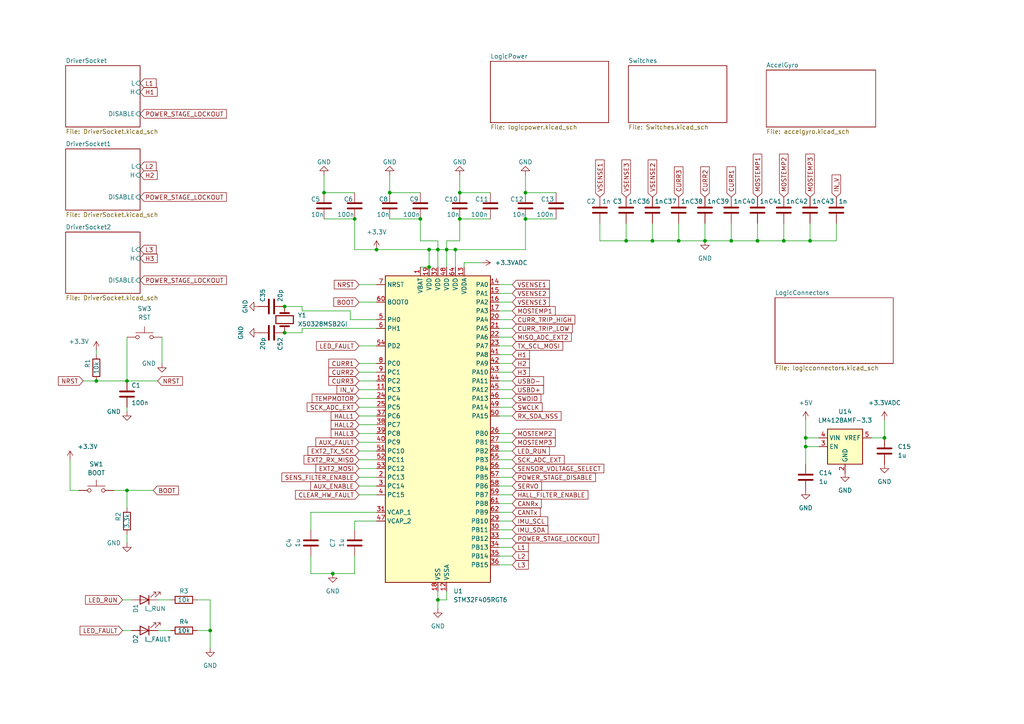
<source format=kicad_sch>
(kicad_sch (version 20230121) (generator eeschema)
  (paper "A4")
  (lib_symbols
    (symbol "Device:C" (pin_numbers hide) (pin_names (offset 0.254))
      (property "Reference" "C" (at 0.635 2.54 0))
      (property "Value" "C" (at 0.635 -2.54 0))
      (symbol "C_0_1"
        (polyline (pts (xy -2.032 -0.762) (xy 2.032 -0.762)) (stroke (width 0.508)))
        (polyline (pts (xy -2.032 0.762) (xy 2.032 0.762)) (stroke (width 0.508)))
      )
      (symbol "C_1_1"
        (pin passive line (at 0 3.81 270) (length 2.794) (name "~") (number "1"))
        (pin passive line (at 0 -3.81 90) (length 2.794) (name "~") (number "2"))
      )
    )
    (symbol "Device:Crystal" (pin_numbers hide) (pin_names (offset 1.016) hide)
      (property "Reference" "Y" (at 0 3.81 0))
      (property "Value" "Crystal" (at 0 -3.81 0))
      (symbol "Crystal_0_1"
        (rectangle (start -1.143 2.54) (end 1.143 -2.54) (stroke (width 0.3048)))
        (polyline (pts (xy -2.54 0) (xy -1.905 0)))
        (polyline (pts (xy -1.905 -1.27) (xy -1.905 1.27)) (stroke (width 0.508)))
        (polyline (pts (xy 1.905 -1.27) (xy 1.905 1.27)) (stroke (width 0.508)))
        (polyline (pts (xy 2.54 0) (xy 1.905 0)))
      )
      (symbol "Crystal_1_1"
        (pin passive line (at -3.81 0 0) (length 1.27) (name "1") (number "1"))
        (pin passive line (at 3.81 0 180) (length 1.27) (name "2") (number "2"))
      )
    )
    (symbol "Device:LED" (pin_numbers hide) (pin_names (offset 1.016) hide)
      (property "Reference" "D" (at 0 2.54 0))
      (property "Value" "LED" (at 0 -2.54 0))
      (symbol "LED_0_1"
        (polyline (pts (xy -1.27 -1.27) (xy -1.27 1.27)) (stroke (width 0.254)))
        (polyline (pts (xy -1.27 0) (xy 1.27 0)))
        (polyline (pts (xy 1.27 -1.27) (xy 1.27 1.27) (xy -1.27 0) (xy 1.27 -1.27)) (stroke (width 0.254)))
        (polyline (pts (xy -3.048 -0.762) (xy -4.572 -2.286) (xy -3.81 -2.286) (xy -4.572 -2.286) (xy -4.572 -1.524)))
        (polyline (pts (xy -1.778 -0.762) (xy -3.302 -2.286) (xy -2.54 -2.286) (xy -3.302 -2.286) (xy -3.302 -1.524)))
      )
      (symbol "LED_1_1"
        (pin passive line (at -3.81 0 0) (length 2.54) (name "K") (number "1"))
        (pin passive line (at 3.81 0 180) (length 2.54) (name "A") (number "2"))
      )
    )
    (symbol "Device:R" (pin_numbers hide) (pin_names (offset 0))
      (property "Reference" "R" (at 2.032 0 90))
      (property "Value" "R" (at 0 0 90))
      (symbol "R_0_1"
        (rectangle (start -1.016 -2.54) (end 1.016 2.54) (stroke (width 0.254)))
      )
      (symbol "R_1_1"
        (pin passive line (at 0 3.81 270) (length 1.27) (name "~") (number "1"))
        (pin passive line (at 0 -3.81 90) (length 1.27) (name "~") (number "2"))
      )
    )
    (symbol "MCU_ST_STM32F4:STM32F405RGTx"
      (property "Reference" "U" (at -15.24 46.99 0))
      (property "Value" "STM32F405RGTx" (at 10.16 46.99 0))
      (symbol "STM32F405RGTx_0_1"
        (rectangle (start -15.24 -43.18) (end 15.24 45.72) (stroke (width 0.254)) (fill (type background)))
      )
      (symbol "STM32F405RGTx_1_1"
        (pin power_in line (at -5.08 48.26 270) (length 2.54) (name "VBAT") (number "1"))
        (pin bidirectional line (at -17.78 15.24 0) (length 2.54) (name "PC2") (number "10"))
        (pin bidirectional line (at -17.78 12.7 0) (length 2.54) (name "PC3") (number "11"))
        (pin power_in line (at 2.54 -45.72 90) (length 2.54) (name "VSSA") (number "12"))
        (pin power_in line (at 7.62 48.26 270) (length 2.54) (name "VDDA") (number "13"))
        (pin bidirectional line (at 17.78 43.18 180) (length 2.54) (name "PA0") (number "14"))
        (pin bidirectional line (at 17.78 40.64 180) (length 2.54) (name "PA1") (number "15"))
        (pin bidirectional line (at 17.78 38.1 180) (length 2.54) (name "PA2") (number "16"))
        (pin bidirectional line (at 17.78 35.56 180) (length 2.54) (name "PA3") (number "17"))
        (pin power_in line (at 0 -45.72 90) (length 2.54) (name "VSS") (number "18"))
        (pin power_in line (at -2.54 48.26 270) (length 2.54) (name "VDD") (number "19"))
        (pin bidirectional line (at -17.78 -12.7 0) (length 2.54) (name "PC13") (number "2"))
        (pin bidirectional line (at 17.78 33.02 180) (length 2.54) (name "PA4") (number "20"))
        (pin bidirectional line (at 17.78 30.48 180) (length 2.54) (name "PA5") (number "21"))
        (pin bidirectional line (at 17.78 27.94 180) (length 2.54) (name "PA6") (number "22"))
        (pin bidirectional line (at 17.78 25.4 180) (length 2.54) (name "PA7") (number "23"))
        (pin bidirectional line (at -17.78 10.16 0) (length 2.54) (name "PC4") (number "24"))
        (pin bidirectional line (at -17.78 7.62 0) (length 2.54) (name "PC5") (number "25"))
        (pin bidirectional line (at 17.78 0 180) (length 2.54) (name "PB0") (number "26"))
        (pin bidirectional line (at 17.78 -2.54 180) (length 2.54) (name "PB1") (number "27"))
        (pin bidirectional line (at 17.78 -5.08 180) (length 2.54) (name "PB2") (number "28"))
        (pin bidirectional line (at 17.78 -25.4 180) (length 2.54) (name "PB10") (number "29"))
        (pin bidirectional line (at -17.78 -15.24 0) (length 2.54) (name "PC14") (number "3"))
        (pin bidirectional line (at 17.78 -27.94 180) (length 2.54) (name "PB11") (number "30"))
        (pin power_out line (at -17.78 -22.86 0) (length 2.54) (name "VCAP_1") (number "31"))
        (pin power_in line (at 0 48.26 270) (length 2.54) (name "VDD") (number "32"))
        (pin bidirectional line (at 17.78 -30.48 180) (length 2.54) (name "PB12") (number "33"))
        (pin bidirectional line (at 17.78 -33.02 180) (length 2.54) (name "PB13") (number "34"))
        (pin bidirectional line (at 17.78 -35.56 180) (length 2.54) (name "PB14") (number "35"))
        (pin bidirectional line (at 17.78 -38.1 180) (length 2.54) (name "PB15") (number "36"))
        (pin bidirectional line (at -17.78 5.08 0) (length 2.54) (name "PC6") (number "37"))
        (pin bidirectional line (at -17.78 2.54 0) (length 2.54) (name "PC7") (number "38"))
        (pin bidirectional line (at -17.78 0 0) (length 2.54) (name "PC8") (number "39"))
        (pin bidirectional line (at -17.78 -17.78 0) (length 2.54) (name "PC15") (number "4"))
        (pin bidirectional line (at -17.78 -2.54 0) (length 2.54) (name "PC9") (number "40"))
        (pin bidirectional line (at 17.78 22.86 180) (length 2.54) (name "PA8") (number "41"))
        (pin bidirectional line (at 17.78 20.32 180) (length 2.54) (name "PA9") (number "42"))
        (pin bidirectional line (at 17.78 17.78 180) (length 2.54) (name "PA10") (number "43"))
        (pin bidirectional line (at 17.78 15.24 180) (length 2.54) (name "PA11") (number "44"))
        (pin bidirectional line (at 17.78 12.7 180) (length 2.54) (name "PA12") (number "45"))
        (pin bidirectional line (at 17.78 10.16 180) (length 2.54) (name "PA13") (number "46"))
        (pin power_out line (at -17.78 -25.4 0) (length 2.54) (name "VCAP_2") (number "47"))
        (pin power_in line (at 2.54 48.26 270) (length 2.54) (name "VDD") (number "48"))
        (pin bidirectional line (at 17.78 7.62 180) (length 2.54) (name "PA14") (number "49"))
        (pin bidirectional line (at -17.78 33.02 0) (length 2.54) (name "PH0") (number "5"))
        (pin bidirectional line (at 17.78 5.08 180) (length 2.54) (name "PA15") (number "50"))
        (pin bidirectional line (at -17.78 -5.08 0) (length 2.54) (name "PC10") (number "51"))
        (pin bidirectional line (at -17.78 -7.62 0) (length 2.54) (name "PC11") (number "52"))
        (pin bidirectional line (at -17.78 -10.16 0) (length 2.54) (name "PC12") (number "53"))
        (pin bidirectional line (at -17.78 25.4 0) (length 2.54) (name "PD2") (number "54"))
        (pin bidirectional line (at 17.78 -7.62 180) (length 2.54) (name "PB3") (number "55"))
        (pin bidirectional line (at 17.78 -10.16 180) (length 2.54) (name "PB4") (number "56"))
        (pin bidirectional line (at 17.78 -12.7 180) (length 2.54) (name "PB5") (number "57"))
        (pin bidirectional line (at 17.78 -15.24 180) (length 2.54) (name "PB6") (number "58"))
        (pin bidirectional line (at 17.78 -17.78 180) (length 2.54) (name "PB7") (number "59"))
        (pin bidirectional line (at -17.78 30.48 0) (length 2.54) (name "PH1") (number "6"))
        (pin input line (at -17.78 38.1 0) (length 2.54) (name "BOOT0") (number "60"))
        (pin bidirectional line (at 17.78 -20.32 180) (length 2.54) (name "PB8") (number "61"))
        (pin bidirectional line (at 17.78 -22.86 180) (length 2.54) (name "PB9") (number "62"))
        (pin passive line (at 0 -45.72 90) (length 2.54) hide (name "VSS") (number "63"))
        (pin power_in line (at 5.08 48.26 270) (length 2.54) (name "VDD") (number "64"))
        (pin input line (at -17.78 43.18 0) (length 2.54) (name "NRST") (number "7"))
        (pin bidirectional line (at -17.78 20.32 0) (length 2.54) (name "PC0") (number "8"))
        (pin bidirectional line (at -17.78 17.78 0) (length 2.54) (name "PC1") (number "9"))
      )
    )
    (symbol "Reference_Voltage:LM4128"
      (property "Reference" "U" (at -5.08 6.35 0))
      (property "Value" "LM4128" (at 0 6.35 0))
      (symbol "LM4128_0_1"
        (rectangle (start -5.08 5.08) (end 5.08 -5.08) (stroke (width 0.254)) (fill (type background)))
      )
      (symbol "LM4128_1_1"
        (pin no_connect line (at 5.08 0 180) (length 2.54) hide (name "NC") (number "1"))
        (pin power_in line (at 0 -7.62 90) (length 2.54) (name "GND") (number "2"))
        (pin input line (at -7.62 0 0) (length 2.54) (name "EN") (number "3"))
        (pin power_in line (at -7.62 2.54 0) (length 2.54) (name "VIN") (number "4"))
        (pin power_out line (at 7.62 2.54 180) (length 2.54) (name "VREF") (number "5"))
      )
    )
    (symbol "Switch:SW_Push" (pin_numbers hide) (pin_names (offset 1.016) hide)
      (property "Reference" "SW" (at 1.27 2.54 0))
      (property "Value" "SW_Push" (at 0 -1.524 0))
      (symbol "SW_Push_0_1"
        (circle (center -2.032 0) (radius 0.508))
        (polyline (pts (xy 0 1.27) (xy 0 3.048)))
        (polyline (pts (xy 2.54 1.27) (xy -2.54 1.27)))
        (circle (center 2.032 0) (radius 0.508))
        (pin passive line (at -5.08 0 0) (length 2.54) (name "1") (number "1"))
        (pin passive line (at 5.08 0 180) (length 2.54) (name "2") (number "2"))
      )
    )
    (symbol "power:+3.3V" (power) (pin_names (offset 0))
      (property "Value" "+3.3V" (at 0 3.556 0))
      (symbol "+3.3V_0_1"
        (polyline (pts (xy -0.762 1.27) (xy 0 2.54)))
        (polyline (pts (xy 0 0) (xy 0 2.54)))
        (polyline (pts (xy 0 2.54) (xy 0.762 1.27)))
      )
      (symbol "+3.3V_1_1"
        (pin power_in line (at 0 0 90) (length 0) hide (name "+3.3V") (number "1"))
      )
    )
    (symbol "power:+3.3VADC" (power) (pin_names (offset 0))
      (property "Value" "+3.3VADC" (at 0 2.54 0))
      (symbol "+3.3VADC_0_0"
        (pin power_in line (at 0 0 90) (length 0) hide (name "+3.3VADC") (number "1"))
      )
      (symbol "+3.3VADC_0_1"
        (polyline (pts (xy -0.762 1.27) (xy 0 2.54)))
        (polyline (pts (xy 0 0) (xy 0 2.54)))
        (polyline (pts (xy 0 2.54) (xy 0.762 1.27)))
      )
    )
    (symbol "power:+5V" (power) (pin_names (offset 0))
      (property "Value" "+5V" (at 0 3.556 0))
      (symbol "+5V_0_1"
        (polyline (pts (xy -0.762 1.27) (xy 0 2.54)))
        (polyline (pts (xy 0 0) (xy 0 2.54)))
        (polyline (pts (xy 0 2.54) (xy 0.762 1.27)))
      )
      (symbol "+5V_1_1"
        (pin power_in line (at 0 0 90) (length 0) hide (name "+5V") (number "1"))
      )
    )
    (symbol "power:GND" (power) (pin_names (offset 0))
      (property "Value" "GND" (at 0 -3.81 0))
      (symbol "GND_0_1"
        (polyline (pts (xy 0 0) (xy 0 -1.27) (xy 1.27 -1.27) (xy 0 -2.54) (xy -1.27 -1.27) (xy 0 -1.27)))
      )
      (symbol "GND_1_1"
        (pin power_in line (at 0 0 270) (length 0) hide (name "GND") (number "1"))
      )
    )
  )
  (junction (at 82.55 88.9))
  (junction (at 204.47 69.85))
  (junction (at 133.35 55.88))
  (junction (at 36.83 110.49))
  (junction (at 60.96 182.88))
  (junction (at 82.55 96.52))
  (junction (at 102.87 63.5))
  (junction (at 189.23 69.85))
  (junction (at 127 72.39))
  (junction (at 36.83 142.24))
  (junction (at 132.08 72.39))
  (junction (at 234.95 69.85))
  (junction (at 212.09 69.85))
  (junction (at 93.98 55.88))
  (junction (at 96.52 166.37))
  (junction (at 227.33 69.85))
  (junction (at 133.35 63.5))
  (junction (at 219.71 69.85))
  (junction (at 152.4 55.88))
  (junction (at 196.85 69.85))
  (junction (at 124.46 77.47))
  (junction (at 233.68 127))
  (junction (at 152.4 63.5))
  (junction (at 27.94 110.49))
  (junction (at 121.92 63.5))
  (junction (at 233.68 129.54))
  (junction (at 127 173.99))
  (junction (at 109.22 72.39))
  (junction (at 124.46 72.39))
  (junction (at 113.03 55.88))
  (junction (at 181.61 69.85))
  (junction (at 256.54 127))
  (junction (at 129.54 72.39))
  (wire (pts (xy 104.14 113.03) (xy 109.22 113.03)))
  (wire (pts (xy 152.4 55.88) (xy 161.29 55.88)))
  (wire (pts (xy 33.02 142.24) (xy 36.83 142.24)))
  (wire (pts (xy 152.4 63.5) (xy 161.29 63.5)))
  (wire (pts (xy 57.15 182.88) (xy 60.96 182.88)))
  (wire (pts (xy 129.54 72.39) (xy 132.08 72.39)))
  (wire (pts (xy 113.03 50.8) (xy 113.03 55.88)))
  (wire (pts (xy 109.22 92.71) (xy 101.6 92.71)))
  (wire (pts (xy 144.78 87.63) (xy 148.59 87.63)))
  (wire (pts (xy 90.17 161.29) (xy 90.17 166.37)))
  (wire (pts (xy 104.14 138.43) (xy 109.22 138.43)))
  (wire (pts (xy 189.23 69.85) (xy 196.85 69.85)))
  (wire (pts (xy 144.78 105.41) (xy 148.59 105.41)))
  (wire (pts (xy 144.78 85.09) (xy 148.59 85.09)))
  (wire (pts (xy 22.86 142.24) (xy 20.32 142.24)))
  (wire (pts (xy 233.68 121.92) (xy 233.68 127)))
  (wire (pts (xy 144.78 97.79) (xy 148.59 97.79)))
  (wire (pts (xy 124.46 72.39) (xy 109.22 72.39)))
  (wire (pts (xy 104.14 105.41) (xy 109.22 105.41)))
  (wire (pts (xy 144.78 118.11) (xy 148.59 118.11)))
  (wire (pts (xy 36.83 154.94) (xy 36.83 157.48)))
  (wire (pts (xy 36.83 110.49) (xy 45.72 110.49)))
  (wire (pts (xy 102.87 151.13) (xy 109.22 151.13)))
  (wire (pts (xy 144.78 128.27) (xy 148.59 128.27)))
  (wire (pts (xy 129.54 69.85) (xy 133.35 69.85)))
  (wire (pts (xy 144.78 148.59) (xy 148.59 148.59)))
  (wire (pts (xy 144.78 156.21) (xy 148.59 156.21)))
  (wire (pts (xy 144.78 125.73) (xy 148.59 125.73)))
  (wire (pts (xy 36.83 118.11) (xy 36.83 119.38)))
  (wire (pts (xy 104.14 140.97) (xy 109.22 140.97)))
  (wire (pts (xy 36.83 142.24) (xy 36.83 147.32)))
  (wire (pts (xy 113.03 63.5) (xy 121.92 63.5)))
  (wire (pts (xy 104.14 107.95) (xy 109.22 107.95)))
  (wire (pts (xy 134.62 76.2) (xy 139.7 76.2)))
  (wire (pts (xy 144.78 143.51) (xy 148.59 143.51)))
  (wire (pts (xy 109.22 95.25) (xy 87.63 95.25)))
  (wire (pts (xy 144.78 95.25) (xy 148.59 95.25)))
  (wire (pts (xy 233.68 129.54) (xy 237.49 129.54)))
  (wire (pts (xy 227.33 64.77) (xy 227.33 69.85)))
  (wire (pts (xy 242.57 64.77) (xy 242.57 69.85)))
  (wire (pts (xy 45.72 182.88) (xy 49.53 182.88)))
  (wire (pts (xy 132.08 72.39) (xy 152.4 72.39)))
  (wire (pts (xy 144.78 113.03) (xy 148.59 113.03)))
  (wire (pts (xy 144.78 115.57) (xy 148.59 115.57)))
  (wire (pts (xy 113.03 55.88) (xy 121.92 55.88)))
  (wire (pts (xy 127 69.85) (xy 121.92 69.85)))
  (wire (pts (xy 87.63 90.17) (xy 101.6 90.17)))
  (wire (pts (xy 212.09 69.85) (xy 219.71 69.85)))
  (wire (pts (xy 129.54 77.47) (xy 129.54 72.39)))
  (wire (pts (xy 133.35 63.5) (xy 142.24 63.5)))
  (wire (pts (xy 104.14 118.11) (xy 109.22 118.11)))
  (wire (pts (xy 104.14 125.73) (xy 109.22 125.73)))
  (wire (pts (xy 102.87 72.39) (xy 102.87 63.5)))
  (wire (pts (xy 60.96 182.88) (xy 60.96 187.96)))
  (wire (pts (xy 234.95 64.77) (xy 234.95 69.85)))
  (wire (pts (xy 144.78 135.89) (xy 148.59 135.89)))
  (wire (pts (xy 127 173.99) (xy 127 176.53)))
  (wire (pts (xy 219.71 64.77) (xy 219.71 69.85)))
  (wire (pts (xy 127 72.39) (xy 129.54 72.39)))
  (wire (pts (xy 219.71 69.85) (xy 227.33 69.85)))
  (wire (pts (xy 204.47 69.85) (xy 212.09 69.85)))
  (wire (pts (xy 87.63 90.17) (xy 87.63 88.9)))
  (wire (pts (xy 204.47 64.77) (xy 204.47 69.85)))
  (wire (pts (xy 127 72.39) (xy 127 69.85)))
  (wire (pts (xy 104.14 143.51) (xy 109.22 143.51)))
  (wire (pts (xy 132.08 77.47) (xy 132.08 72.39)))
  (wire (pts (xy 152.4 72.39) (xy 152.4 63.5)))
  (wire (pts (xy 104.14 130.81) (xy 109.22 130.81)))
  (wire (pts (xy 121.92 77.47) (xy 124.46 77.47)))
  (wire (pts (xy 144.78 151.13) (xy 148.59 151.13)))
  (wire (pts (xy 144.78 161.29) (xy 148.59 161.29)))
  (wire (pts (xy 181.61 69.85) (xy 189.23 69.85)))
  (wire (pts (xy 102.87 161.29) (xy 102.87 166.37)))
  (wire (pts (xy 93.98 50.8) (xy 93.98 55.88)))
  (wire (pts (xy 233.68 129.54) (xy 233.68 134.62)))
  (wire (pts (xy 102.87 166.37) (xy 96.52 166.37)))
  (wire (pts (xy 109.22 72.39) (xy 102.87 72.39)))
  (wire (pts (xy 133.35 55.88) (xy 142.24 55.88)))
  (wire (pts (xy 189.23 64.77) (xy 189.23 69.85)))
  (wire (pts (xy 227.33 69.85) (xy 234.95 69.85)))
  (wire (pts (xy 87.63 96.52) (xy 82.55 96.52)))
  (wire (pts (xy 104.14 115.57) (xy 109.22 115.57)))
  (wire (pts (xy 124.46 72.39) (xy 127 72.39)))
  (wire (pts (xy 90.17 153.67) (xy 90.17 148.59)))
  (wire (pts (xy 144.78 163.83) (xy 148.59 163.83)))
  (wire (pts (xy 36.83 97.79) (xy 36.83 110.49)))
  (wire (pts (xy 27.94 110.49) (xy 36.83 110.49)))
  (wire (pts (xy 212.09 64.77) (xy 212.09 69.85)))
  (wire (pts (xy 45.72 173.99) (xy 49.53 173.99)))
  (wire (pts (xy 87.63 95.25) (xy 87.63 96.52)))
  (wire (pts (xy 104.14 82.55) (xy 109.22 82.55)))
  (wire (pts (xy 144.78 120.65) (xy 148.59 120.65)))
  (wire (pts (xy 144.78 110.49) (xy 148.59 110.49)))
  (wire (pts (xy 144.78 138.43) (xy 148.59 138.43)))
  (wire (pts (xy 196.85 69.85) (xy 204.47 69.85)))
  (wire (pts (xy 173.99 64.77) (xy 173.99 69.85)))
  (wire (pts (xy 144.78 100.33) (xy 148.59 100.33)))
  (wire (pts (xy 152.4 50.8) (xy 152.4 55.88)))
  (wire (pts (xy 104.14 135.89) (xy 109.22 135.89)))
  (wire (pts (xy 144.78 130.81) (xy 148.59 130.81)))
  (wire (pts (xy 144.78 92.71) (xy 148.59 92.71)))
  (wire (pts (xy 38.1 182.88) (xy 35.56 182.88)))
  (wire (pts (xy 20.32 133.35) (xy 20.32 142.24)))
  (wire (pts (xy 104.14 87.63) (xy 109.22 87.63)))
  (wire (pts (xy 90.17 148.59) (xy 109.22 148.59)))
  (wire (pts (xy 57.15 173.99) (xy 60.96 173.99)))
  (wire (pts (xy 104.14 133.35) (xy 109.22 133.35)))
  (wire (pts (xy 124.46 77.47) (xy 124.46 72.39)))
  (wire (pts (xy 181.61 64.77) (xy 181.61 69.85)))
  (wire (pts (xy 127 72.39) (xy 127 77.47)))
  (wire (pts (xy 144.78 153.67) (xy 148.59 153.67)))
  (wire (pts (xy 104.14 120.65) (xy 109.22 120.65)))
  (wire (pts (xy 129.54 171.45) (xy 129.54 173.99)))
  (wire (pts (xy 256.54 121.92) (xy 256.54 127)))
  (wire (pts (xy 35.56 173.99) (xy 38.1 173.99)))
  (wire (pts (xy 101.6 92.71) (xy 101.6 90.17)))
  (wire (pts (xy 173.99 69.85) (xy 181.61 69.85)))
  (wire (pts (xy 102.87 153.67) (xy 102.87 151.13)))
  (wire (pts (xy 24.13 110.49) (xy 27.94 110.49)))
  (wire (pts (xy 144.78 82.55) (xy 148.59 82.55)))
  (wire (pts (xy 104.14 128.27) (xy 109.22 128.27)))
  (wire (pts (xy 129.54 72.39) (xy 129.54 69.85)))
  (wire (pts (xy 233.68 127) (xy 233.68 129.54)))
  (wire (pts (xy 60.96 173.99) (xy 60.96 182.88)))
  (wire (pts (xy 256.54 127) (xy 252.73 127)))
  (wire (pts (xy 27.94 101.6) (xy 27.94 102.87)))
  (wire (pts (xy 144.78 102.87) (xy 148.59 102.87)))
  (wire (pts (xy 134.62 76.2) (xy 134.62 77.47)))
  (wire (pts (xy 233.68 127) (xy 237.49 127)))
  (wire (pts (xy 234.95 69.85) (xy 242.57 69.85)))
  (wire (pts (xy 196.85 64.77) (xy 196.85 69.85)))
  (wire (pts (xy 121.92 69.85) (xy 121.92 63.5)))
  (wire (pts (xy 133.35 50.8) (xy 133.35 55.88)))
  (wire (pts (xy 144.78 107.95) (xy 148.59 107.95)))
  (wire (pts (xy 93.98 55.88) (xy 102.87 55.88)))
  (wire (pts (xy 133.35 69.85) (xy 133.35 63.5)))
  (wire (pts (xy 144.78 146.05) (xy 148.59 146.05)))
  (wire (pts (xy 93.98 63.5) (xy 102.87 63.5)))
  (wire (pts (xy 104.14 110.49) (xy 109.22 110.49)))
  (wire (pts (xy 144.78 90.17) (xy 148.59 90.17)))
  (wire (pts (xy 36.83 142.24) (xy 44.45 142.24)))
  (wire (pts (xy 129.54 173.99) (xy 127 173.99)))
  (wire (pts (xy 144.78 140.97) (xy 148.59 140.97)))
  (wire (pts (xy 46.99 97.79) (xy 46.99 105.41)))
  (wire (pts (xy 144.78 158.75) (xy 148.59 158.75)))
  (wire (pts (xy 90.17 166.37) (xy 96.52 166.37)))
  (wire (pts (xy 82.55 88.9) (xy 87.63 88.9)))
  (wire (pts (xy 104.14 123.19) (xy 109.22 123.19)))
  (wire (pts (xy 144.78 133.35) (xy 148.59 133.35)))
  (wire (pts (xy 127 171.45) (xy 127 173.99)))
  (wire (pts (xy 104.14 100.33) (xy 109.22 100.33)))
  (global_label "BOOT" (shape input) (at 104.14 87.63 180) (property "Intersheetrefs" "${INTERSHEET_REFS}" (effects hide)))
  (global_label "CANRx" (shape input) (at 148.59 146.05 0) (property "Intersheetrefs" "${INTERSHEET_REFS}" (effects hide)))
  (global_label "L2" (shape input) (at 40.64 48.26 0) (property "Intersheetrefs" "${INTERSHEET_REFS}" (effects hide)))
  (global_label "POWER_STAGE_LOCKOUT" (shape input) (at 148.59 156.21 0) (property "Intersheetrefs" "${INTERSHEET_REFS}" (effects hide)))
  (global_label "MOSTEMP3" (shape input) (at 234.95 57.15 90) (property "Intersheetrefs" "${INTERSHEET_REFS}" (effects hide)))
  (global_label "CURR3" (shape input) (at 196.85 57.15 90) (property "Intersheetrefs" "${INTERSHEET_REFS}" (effects hide)))
  (global_label "MOSTEMP3" (shape input) (at 148.59 128.27 0) (property "Intersheetrefs" "${INTERSHEET_REFS}" (effects hide)))
  (global_label "HALL2" (shape input) (at 104.14 123.19 180) (property "Intersheetrefs" "${INTERSHEET_REFS}" (effects hide)))
  (global_label "VSENSE3" (shape input) (at 148.59 87.63 0) (property "Intersheetrefs" "${INTERSHEET_REFS}" (effects hide)))
  (global_label "EXT2_TX_SCK" (shape input) (at 104.14 130.81 180) (property "Intersheetrefs" "${INTERSHEET_REFS}" (effects hide)))
  (global_label "SWCLK" (shape input) (at 148.59 118.11 0) (property "Intersheetrefs" "${INTERSHEET_REFS}" (effects hide)))
  (global_label "POWER_STAGE_LOCKOUT" (shape input) (at 40.64 81.28 0) (property "Intersheetrefs" "${INTERSHEET_REFS}" (effects hide)))
  (global_label "NRST" (shape input) (at 24.13 110.49 180) (property "Intersheetrefs" "${INTERSHEET_REFS}" (effects hide)))
  (global_label "MOSTEMP1" (shape input) (at 148.59 90.17 0) (property "Intersheetrefs" "${INTERSHEET_REFS}" (effects hide)))
  (global_label "SERVO" (shape input) (at 148.59 140.97 0) (property "Intersheetrefs" "${INTERSHEET_REFS}" (effects hide)))
  (global_label "VSENSE1" (shape input) (at 148.59 82.55 0) (property "Intersheetrefs" "${INTERSHEET_REFS}" (effects hide)))
  (global_label "SENSOR_VOLTAGE_SELECT" (shape input) (at 148.59 135.89 0) (property "Intersheetrefs" "${INTERSHEET_REFS}" (effects hide)))
  (global_label "VSENSE3" (shape input) (at 181.61 57.15 90) (property "Intersheetrefs" "${INTERSHEET_REFS}" (effects hide)))
  (global_label "AUX_FAULT" (shape input) (at 104.14 128.27 180) (property "Intersheetrefs" "${INTERSHEET_REFS}" (effects hide)))
  (global_label "USBD+" (shape input) (at 148.59 113.03 0) (property "Intersheetrefs" "${INTERSHEET_REFS}" (effects hide)))
  (global_label "L1" (shape input) (at 148.59 158.75 0) (property "Intersheetrefs" "${INTERSHEET_REFS}" (effects hide)))
  (global_label "VSENSE2" (shape input) (at 189.23 57.15 90) (property "Intersheetrefs" "${INTERSHEET_REFS}" (effects hide)))
  (global_label "POWER_STAGE_DISABLE" (shape input) (at 148.59 138.43 0) (property "Intersheetrefs" "${INTERSHEET_REFS}" (effects hide)))
  (global_label "CLEAR_HW_FAULT" (shape input) (at 104.14 143.51 180) (property "Intersheetrefs" "${INTERSHEET_REFS}" (effects hide)))
  (global_label "LED_FAULT" (shape input) (at 35.56 182.88 180) (property "Intersheetrefs" "${INTERSHEET_REFS}" (effects hide)))
  (global_label "LED_RUN" (shape input) (at 148.59 130.81 0) (property "Intersheetrefs" "${INTERSHEET_REFS}" (effects hide)))
  (global_label "CURR3" (shape input) (at 104.14 110.49 180) (property "Intersheetrefs" "${INTERSHEET_REFS}" (effects hide)))
  (global_label "MOSTEMP2" (shape input) (at 148.59 125.73 0) (property "Intersheetrefs" "${INTERSHEET_REFS}" (effects hide)))
  (global_label "TX_SCL_MOSI" (shape input) (at 148.59 100.33 0) (property "Intersheetrefs" "${INTERSHEET_REFS}" (effects hide)))
  (global_label "HALL3" (shape input) (at 104.14 125.73 180) (property "Intersheetrefs" "${INTERSHEET_REFS}" (effects hide)))
  (global_label "VSENSE2" (shape input) (at 148.59 85.09 0) (property "Intersheetrefs" "${INTERSHEET_REFS}" (effects hide)))
  (global_label "CURR2" (shape input) (at 104.14 107.95 180) (property "Intersheetrefs" "${INTERSHEET_REFS}" (effects hide)))
  (global_label "NRST" (shape input) (at 104.14 82.55 180) (property "Intersheetrefs" "${INTERSHEET_REFS}" (effects hide)))
  (global_label "L2" (shape input) (at 148.59 161.29 0) (property "Intersheetrefs" "${INTERSHEET_REFS}" (effects hide)))
  (global_label "VSENSE1" (shape input) (at 173.99 57.15 90) (property "Intersheetrefs" "${INTERSHEET_REFS}" (effects hide)))
  (global_label "H2" (shape input) (at 148.59 105.41 0) (property "Intersheetrefs" "${INTERSHEET_REFS}" (effects hide)))
  (global_label "EXT2_RX_MISO" (shape input) (at 104.14 133.35 180) (property "Intersheetrefs" "${INTERSHEET_REFS}" (effects hide)))
  (global_label "POWER_STAGE_LOCKOUT" (shape input) (at 40.64 57.15 0) (property "Intersheetrefs" "${INTERSHEET_REFS}" (effects hide)))
  (global_label "L1" (shape input) (at 40.64 24.13 0) (property "Intersheetrefs" "${INTERSHEET_REFS}" (effects hide)))
  (global_label "SWDIO" (shape input) (at 148.59 115.57 0) (property "Intersheetrefs" "${INTERSHEET_REFS}" (effects hide)))
  (global_label "L3" (shape input) (at 148.59 163.83 0) (property "Intersheetrefs" "${INTERSHEET_REFS}" (effects hide)))
  (global_label "TEMPMOTOR" (shape input) (at 104.14 115.57 180) (property "Intersheetrefs" "${INTERSHEET_REFS}" (effects hide)))
  (global_label "H1" (shape input) (at 40.64 26.67 0) (property "Intersheetrefs" "${INTERSHEET_REFS}" (effects hide)))
  (global_label "BOOT" (shape input) (at 44.45 142.24 0) (property "Intersheetrefs" "${INTERSHEET_REFS}" (effects hide)))
  (global_label "CANTx" (shape input) (at 148.59 148.59 0) (property "Intersheetrefs" "${INTERSHEET_REFS}" (effects hide)))
  (global_label "MOSTEMP2" (shape input) (at 227.33 57.15 90) (property "Intersheetrefs" "${INTERSHEET_REFS}" (effects hide)))
  (global_label "USBD-" (shape input) (at 148.59 110.49 0) (property "Intersheetrefs" "${INTERSHEET_REFS}" (effects hide)))
  (global_label "CURR1" (shape input) (at 212.09 57.15 90) (property "Intersheetrefs" "${INTERSHEET_REFS}" (effects hide)))
  (global_label "RX_SDA_NSS" (shape input) (at 148.59 120.65 0) (property "Intersheetrefs" "${INTERSHEET_REFS}" (effects hide)))
  (global_label "EXT2_MOSI" (shape input) (at 104.14 135.89 180) (property "Intersheetrefs" "${INTERSHEET_REFS}" (effects hide)))
  (global_label "L3" (shape input) (at 40.64 72.39 0) (property "Intersheetrefs" "${INTERSHEET_REFS}" (effects hide)))
  (global_label "IMU_SDA" (shape input) (at 148.59 153.67 0) (property "Intersheetrefs" "${INTERSHEET_REFS}" (effects hide)))
  (global_label "IMU_SCL" (shape input) (at 148.59 151.13 0) (property "Intersheetrefs" "${INTERSHEET_REFS}" (effects hide)))
  (global_label "CURR_TRIP_HIGH" (shape input) (at 148.59 92.71 0) (property "Intersheetrefs" "${INTERSHEET_REFS}" (effects hide)))
  (global_label "SCK_ADC_EXT" (shape input) (at 148.59 133.35 0) (property "Intersheetrefs" "${INTERSHEET_REFS}" (effects hide)))
  (global_label "H3" (shape input) (at 40.64 74.93 0) (property "Intersheetrefs" "${INTERSHEET_REFS}" (effects hide)))
  (global_label "LED_RUN" (shape input) (at 35.56 173.99 180) (property "Intersheetrefs" "${INTERSHEET_REFS}" (effects hide)))
  (global_label "CURR2" (shape input) (at 204.47 57.15 90) (property "Intersheetrefs" "${INTERSHEET_REFS}" (effects hide)))
  (global_label "AUX_ENABLE" (shape input) (at 104.14 140.97 180) (property "Intersheetrefs" "${INTERSHEET_REFS}" (effects hide)))
  (global_label "CURR1" (shape input) (at 104.14 105.41 180) (property "Intersheetrefs" "${INTERSHEET_REFS}" (effects hide)))
  (global_label "SENS_FILTER_ENABLE" (shape input) (at 104.14 138.43 180) (property "Intersheetrefs" "${INTERSHEET_REFS}" (effects hide)))
  (global_label "H2" (shape input) (at 40.64 50.8 0) (property "Intersheetrefs" "${INTERSHEET_REFS}" (effects hide)))
  (global_label "LED_FAULT" (shape input) (at 104.14 100.33 180) (property "Intersheetrefs" "${INTERSHEET_REFS}" (effects hide)))
  (global_label "NRST" (shape input) (at 45.72 110.49 0) (property "Intersheetrefs" "${INTERSHEET_REFS}" (effects hide)))
  (global_label "CURR_TRIP_LOW" (shape input) (at 148.59 95.25 0) (property "Intersheetrefs" "${INTERSHEET_REFS}" (effects hide)))
  (global_label "H3" (shape input) (at 148.59 107.95 0) (property "Intersheetrefs" "${INTERSHEET_REFS}" (effects hide)))
  (global_label "SCK_ADC_EXT" (shape input) (at 104.14 118.11 180) (property "Intersheetrefs" "${INTERSHEET_REFS}" (effects hide)))
  (global_label "HALL1" (shape input) (at 104.14 120.65 180) (property "Intersheetrefs" "${INTERSHEET_REFS}" (effects hide)))
  (global_label "POWER_STAGE_LOCKOUT" (shape input) (at 40.64 33.02 0) (property "Intersheetrefs" "${INTERSHEET_REFS}" (effects hide)))
  (global_label "H1" (shape input) (at 148.59 102.87 0) (property "Intersheetrefs" "${INTERSHEET_REFS}" (effects hide)))
  (global_label "MISO_ADC_EXT2" (shape input) (at 148.59 97.79 0) (property "Intersheetrefs" "${INTERSHEET_REFS}" (effects hide)))
  (global_label "IN_V" (shape input) (at 242.57 57.15 90) (property "Intersheetrefs" "${INTERSHEET_REFS}" (effects hide)))
  (global_label "IN_V" (shape input) (at 104.14 113.03 180) (property "Intersheetrefs" "${INTERSHEET_REFS}" (effects hide)))
  (global_label "HALL_FILTER_ENABLE" (shape input) (at 148.59 143.51 0) (property "Intersheetrefs" "${INTERSHEET_REFS}" (effects hide)))
  (global_label "MOSTEMP1" (shape input) (at 219.71 57.15 90) (property "Intersheetrefs" "${INTERSHEET_REFS}" (effects hide)))
  (symbol (lib_id "Device:C") (at 181.61 60.96 0) (unit 1)
    (property "Reference" "C3" (at 179.07 58.42 0))
    (property "Value" "1n" (at 183.515 58.42 0))
    (property "Footprint" "Capacitor_SMD:C_0805_2012Metric" (effects hide))
    (property "MPN" "C94121" (effects hide))
  )
  (symbol (lib_id "Device:C") (at 256.54 130.81 0) (unit 1)
    (property "Reference" "C15" (at 260.35 129.54 0) (effects (justify left)))
    (property "Value" "1u" (at 260.35 132.08 0) (effects (justify left)))
    (property "Footprint" "Capacitor_SMD:C_0805_2012Metric" (effects hide))
  )
  (symbol (lib_id "Switch:SW_Push") (at 27.94 142.24 0) (unit 1)
    (property "Reference" "SW1" (at 27.94 134.62 0))
    (property "Value" "BOOT" (at 27.94 137.16 0))
    (property "Footprint" "Button_Switch_SMD:SW_Tactile_SPST_NO_Straight_CK_PTS636Sx25SMTRLFS" (effects hide))
    (property "MPN" "C329185" (effects hide))
  )
  (symbol (lib_id "Switch:SW_Push") (at 41.91 97.79 0) (unit 1)
    (property "Reference" "SW3" (at 41.91 89.535 0))
    (property "Value" "RST" (at 41.91 92.075 0))
    (property "Footprint" "Button_Switch_SMD:SW_Tactile_SPST_NO_Straight_CK_PTS636Sx25SMTRLFS" (effects hide))
    (property "MPN" "C329185" (effects hide))
  )
  (symbol (lib_id "Device:C") (at 227.33 60.96 0) (unit 1)
    (property "Reference" "C41" (at 224.79 58.42 0))
    (property "Value" "1n" (at 229.235 58.42 0))
    (property "Footprint" "Capacitor_SMD:C_0805_2012Metric" (effects hide))
    (property "MPN" "C94121" (effects hide))
  )
  (symbol (lib_id "Device:C") (at 113.03 59.69 0) (unit 1)
    (property "Reference" "C8" (at 109.855 57.785 0) (effects (justify left)))
    (property "Value" "10n" (at 109.22 62.23 0) (effects (justify left)))
    (property "Footprint" "Capacitor_SMD:C_0805_2012Metric" (effects hide))
  )
  (symbol (lib_id "power:GND") (at 36.83 157.48 0) (unit 1)
    (property "Reference" "#PWR04" (effects hide))
    (property "Value" "GND" (at 33.02 157.48 0))
  )
  (symbol (lib_id "Device:C") (at 161.29 59.69 0) (unit 1)
    (property "Reference" "C13" (at 156.845 57.785 0) (effects (justify left)))
    (property "Value" "100n" (at 155.575 62.23 0) (effects (justify left)))
    (property "Footprint" "Capacitor_SMD:C_0805_2012Metric" (effects hide))
  )
  (symbol (lib_id "Device:C") (at 102.87 59.69 0) (unit 1)
    (property "Reference" "C6" (at 99.695 57.785 0) (effects (justify left)))
    (property "Value" "100n" (at 97.79 62.23 0) (effects (justify left)))
    (property "Footprint" "Capacitor_SMD:C_0805_2012Metric" (effects hide))
  )
  (symbol (lib_id "power:+3.3V") (at 109.22 72.39 0) (unit 1)
    (property "Reference" "#PWR08" (effects hide))
    (property "Value" "+3.3V" (at 109.22 67.31 0))
  )
  (symbol (lib_id "Device:R") (at 53.34 182.88 90) (unit 1)
    (property "Reference" "R4" (at 53.34 180.34 90))
    (property "Value" "10k" (at 53.34 182.88 90))
    (property "Footprint" "Resistor_SMD:R_0805_2012Metric" (effects hide))
  )
  (symbol (lib_id "Device:C") (at 233.68 138.43 0) (unit 1)
    (property "Reference" "C14" (at 237.49 137.16 0) (effects (justify left)))
    (property "Value" "1u" (at 237.49 139.7 0) (effects (justify left)))
    (property "Footprint" "Capacitor_SMD:C_0805_2012Metric" (effects hide))
    (property "MPN" "C28323" (effects hide))
  )
  (symbol (lib_id "Device:C") (at 212.09 60.96 0) (unit 1)
    (property "Reference" "C39" (at 209.55 58.42 0))
    (property "Value" "1n" (at 213.995 58.42 0))
    (property "Footprint" "Capacitor_SMD:C_0805_2012Metric" (effects hide))
    (property "MPN" "C94121" (effects hide))
  )
  (symbol (lib_id "power:GND") (at 245.11 137.16 0) (unit 1)
    (property "Reference" "#PWR016" (effects hide))
    (property "Value" "GND" (at 245.11 142.24 0))
  )
  (symbol (lib_id "power:+5V") (at 233.68 121.92 0) (unit 1)
    (property "Reference" "#PWR014" (effects hide))
    (property "Value" "+5V" (at 233.68 116.84 0))
  )
  (symbol (lib_id "power:GND") (at 127 176.53 0) (unit 1)
    (property "Reference" "#PWR011" (effects hide))
    (property "Value" "GND" (at 127 181.61 0))
  )
  (symbol (lib_id "Device:R") (at 27.94 106.68 0) (unit 1)
    (property "Reference" "R1" (at 25.4 105.41 90))
    (property "Value" "10k" (at 27.94 106.68 90))
    (property "Footprint" "Resistor_SMD:R_0805_2012Metric" (effects hide))
    (property "MPN" "C17414" (effects hide))
  )
  (symbol (lib_id "Device:C") (at 78.74 96.52 270) (unit 1)
    (property "Reference" "C52" (at 81.28 97.79 0) (effects (justify left)))
    (property "Value" "20p" (at 76.2 97.79 0) (effects (justify left)))
    (property "Footprint" "Capacitor_SMD:C_0603_1608Metric" (effects hide))
    (property "MPN" "C1648" (effects hide))
  )
  (symbol (lib_id "power:GND") (at 36.83 119.38 0) (unit 1)
    (property "Reference" "#PWR03" (effects hide))
    (property "Value" "GND" (at 33.02 119.38 0))
  )
  (symbol (lib_id "Device:C") (at 133.35 59.69 0) (unit 1)
    (property "Reference" "C10" (at 128.905 57.785 0) (effects (justify left)))
    (property "Value" "10n" (at 129.54 62.23 0) (effects (justify left)))
    (property "Footprint" "Capacitor_SMD:C_0805_2012Metric" (effects hide))
    (property "MPN" "C1710" (effects hide))
  )
  (symbol (lib_id "power:GND") (at 93.98 50.8 180) (unit 1)
    (property "Reference" "#PWR010" (effects hide))
    (property "Value" "GND" (at 93.98 46.99 0))
  )
  (symbol (lib_id "Device:C") (at 36.83 114.3 0) (unit 1)
    (property "Reference" "C1" (at 38.1 111.76 0) (effects (justify left)))
    (property "Value" "100n" (at 38.1 116.84 0) (effects (justify left)))
    (property "Footprint" "Capacitor_SMD:C_0805_2012Metric" (effects hide))
    (property "MPN" "C28233" (effects hide))
  )
  (symbol (lib_id "power:GND") (at 133.35 50.8 180) (unit 1)
    (property "Reference" "#PWR013" (effects hide))
    (property "Value" "GND" (at 133.35 46.99 0))
  )
  (symbol (lib_id "power:GND") (at 96.52 166.37 0) (unit 1)
    (property "Reference" "#PWR09" (effects hide))
    (property "Value" "GND" (at 96.52 171.45 0))
  )
  (symbol (lib_id "Device:C") (at 121.92 59.69 0) (unit 1)
    (property "Reference" "C9" (at 118.745 57.785 0) (effects (justify left)))
    (property "Value" "100n" (at 116.84 62.23 0) (effects (justify left)))
    (property "Footprint" "Capacitor_SMD:C_0805_2012Metric" (effects hide))
  )
  (symbol (lib_id "Device:C") (at 196.85 60.96 0) (unit 1)
    (property "Reference" "C37" (at 194.31 58.42 0))
    (property "Value" "1n" (at 198.755 58.42 0))
    (property "Footprint" "Capacitor_SMD:C_0805_2012Metric" (effects hide))
    (property "MPN" "C94121" (effects hide))
  )
  (symbol (lib_id "power:GND") (at 74.93 96.52 270) (unit 1)
    (property "Reference" "#PWR087" (effects hide))
    (property "Value" "GND" (at 69.85 96.52 0))
  )
  (symbol (lib_id "power:+3.3VADC") (at 256.54 121.92 0) (unit 1)
    (property "Reference" "#PWR061" (effects hide))
    (property "Value" "+3.3VADC" (at 256.54 116.84 0))
  )
  (symbol (lib_id "Device:C") (at 173.99 60.96 0) (unit 1)
    (property "Reference" "C2" (at 171.45 58.42 0))
    (property "Value" "1n" (at 175.895 58.42 0))
    (property "Footprint" "Capacitor_SMD:C_0805_2012Metric" (effects hide))
    (property "MPN" "C46653" (effects hide))
  )
  (symbol (lib_id "power:+3.3V") (at 27.94 101.6 0) (unit 1)
    (property "Reference" "#PWR02" (effects hide))
    (property "Value" "+3.3V" (at 22.86 99.06 0))
  )
  (symbol (lib_id "power:GND") (at 74.93 88.9 270) (unit 1)
    (property "Reference" "#PWR086" (effects hide))
    (property "Value" "GND" (at 71.12 88.9 0))
  )
  (symbol (lib_id "Device:LED") (at 41.91 173.99 180) (unit 1)
    (property "Reference" "D1" (at 39.37 177.8 90) (effects (justify right)))
    (property "Value" "L_RUN" (at 41.91 176.53 0) (effects (justify right)))
    (property "Footprint" "LED_SMD:LED_0805_2012Metric" (effects hide))
    (property "MPN" "C2297" (effects hide))
  )
  (symbol (lib_id "power:+3.3VADC") (at 139.7 76.2 270) (unit 1)
    (property "Reference" "#PWR0122" (effects hide))
    (property "Value" "+3.3VADC" (at 143.51 76.2 90) (effects (justify left)))
  )
  (symbol (lib_id "power:GND") (at 256.54 134.62 0) (unit 1)
    (property "Reference" "#PWR017" (effects hide))
    (property "Value" "GND" (at 256.54 139.7 0))
  )
  (symbol (lib_id "Device:C") (at 90.17 157.48 0) (unit 1)
    (property "Reference" "C4" (at 83.82 157.48 90))
    (property "Value" "1u" (at 86.36 157.48 90))
    (property "Footprint" "Capacitor_SMD:C_0805_2012Metric" (effects hide))
  )
  (symbol (lib_id "power:GND") (at 113.03 50.8 180) (unit 1)
    (property "Reference" "#PWR012" (effects hide))
    (property "Value" "GND" (at 113.03 46.99 0))
  )
  (symbol (lib_id "Device:C") (at 102.87 157.48 0) (unit 1)
    (property "Reference" "C7" (at 96.52 157.48 90))
    (property "Value" "1u" (at 99.06 157.48 90))
    (property "Footprint" "Capacitor_SMD:C_0805_2012Metric" (effects hide))
  )
  (symbol (lib_id "Device:C") (at 242.57 60.96 0) (unit 1)
    (property "Reference" "C43" (at 240.03 58.42 0))
    (property "Value" "1n" (at 244.475 58.42 0))
    (property "Footprint" "Capacitor_SMD:C_0805_2012Metric" (effects hide))
    (property "MPN" "C94121" (effects hide))
  )
  (symbol (lib_id "Device:C") (at 219.71 60.96 0) (unit 1)
    (property "Reference" "C40" (at 217.17 58.42 0))
    (property "Value" "1n" (at 221.615 58.42 0))
    (property "Footprint" "Capacitor_SMD:C_0805_2012Metric" (effects hide))
    (property "MPN" "C94121" (effects hide))
  )
  (symbol (lib_id "Device:C") (at 189.23 60.96 0) (unit 1)
    (property "Reference" "C36" (at 186.69 58.42 0))
    (property "Value" "1n" (at 191.135 58.42 0))
    (property "Footprint" "Capacitor_SMD:C_0805_2012Metric" (effects hide))
    (property "MPN" "C94121" (effects hide))
  )
  (symbol (lib_id "power:GND") (at 204.47 69.85 0) (unit 1)
    (property "Reference" "#PWR07" (effects hide))
    (property "Value" "GND" (at 204.47 74.93 0))
  )
  (symbol (lib_id "power:+3.3V") (at 20.32 133.35 0) (unit 1)
    (property "Reference" "#PWR01" (effects hide))
    (property "Value" "+3.3V" (at 25.4 129.54 0))
  )
  (symbol (lib_id "Device:LED") (at 41.91 182.88 180) (unit 1)
    (property "Reference" "D2" (at 39.37 186.69 90) (effects (justify right)))
    (property "Value" "L_FAULT" (at 41.91 185.42 0) (effects (justify right)))
    (property "Footprint" "LED_SMD:LED_0805_2012Metric" (effects hide))
    (property "MPN" "C84256" (effects hide))
  )
  (symbol (lib_id "Device:Crystal") (at 82.55 92.71 90) (unit 1)
    (property "Reference" "Y1" (at 86.36 91.44 90) (effects (justify right)))
    (property "Value" "X50328MSB2GI" (at 86.36 93.98 90) (effects (justify right)))
    (property "Footprint" "Crystal:Crystal_SMD_5032-2Pin_5.0x3.2mm" (effects hide))
    (property "MPN" "C115962" (effects hide))
  )
  (symbol (lib_id "Device:R") (at 36.83 151.13 0) (unit 1)
    (property "Reference" "R2" (at 34.29 149.86 90))
    (property "Value" "3.3k" (at 36.83 151.13 90))
    (property "Footprint" "Resistor_SMD:R_0805_2012Metric" (effects hide))
    (property "MPN" "C26010" (effects hide))
  )
  (symbol (lib_id "MCU_ST_STM32F4:STM32F405RGTx") (at 127 125.73 0) (unit 1)
    (property "Reference" "U1" (at 131.4959 171.45 0) (effects (justify left)))
    (property "Value" "STM32F405RGT6" (at 131.4959 173.99 0) (effects (justify left)))
    (property "Footprint" "Package_QFP:LQFP-64_10x10mm_P0.5mm" (effects hide))
    (property "Datasheet" "https://www.st.com/resource/en/datasheet/stm32f405rg.pdf" (effects hide))
    (property "MPN" "C15742" (effects hide))
    (property "JLCRotOffset" "-90" (effects hide))
  )
  (symbol (lib_id "Device:R") (at 53.34 173.99 90) (unit 1)
    (property "Reference" "R3" (at 53.34 171.45 90))
    (property "Value" "10k" (at 53.34 173.99 90))
    (property "Footprint" "Resistor_SMD:R_0805_2012Metric" (effects hide))
  )
  (symbol (lib_id "Device:C") (at 152.4 59.69 0) (unit 1)
    (property "Reference" "C12" (at 147.955 57.785 0) (effects (justify left)))
    (property "Value" "10n" (at 148.59 62.23 0) (effects (justify left)))
    (property "Footprint" "Capacitor_SMD:C_0805_2012Metric" (effects hide))
  )
  (symbol (lib_id "Device:C") (at 204.47 60.96 0) (unit 1)
    (property "Reference" "C38" (at 201.93 58.42 0))
    (property "Value" "1n" (at 206.375 58.42 0))
    (property "Footprint" "Capacitor_SMD:C_0805_2012Metric" (effects hide))
    (property "MPN" "C94121" (effects hide))
  )
  (symbol (lib_id "Device:C") (at 93.98 59.69 0) (unit 1)
    (property "Reference" "C5" (at 90.17 57.785 0) (effects (justify left)))
    (property "Value" "10n" (at 90.17 62.23 0) (effects (justify left)))
    (property "Footprint" "Capacitor_SMD:C_0805_2012Metric" (effects hide))
  )
  (symbol (lib_id "Device:C") (at 142.24 59.69 0) (unit 1)
    (property "Reference" "C11" (at 137.795 57.785 0) (effects (justify left)))
    (property "Value" "100n" (at 136.525 62.23 0) (effects (justify left)))
    (property "Footprint" "Capacitor_SMD:C_0805_2012Metric" (effects hide))
  )
  (symbol (lib_id "power:GND") (at 233.68 142.24 0) (unit 1)
    (property "Reference" "#PWR015" (effects hide))
    (property "Value" "GND" (at 233.68 147.32 0))
  )
  (symbol (lib_id "Device:C") (at 78.74 88.9 90) (unit 1)
    (property "Reference" "C35" (at 76.2 87.63 0) (effects (justify left)))
    (property "Value" "20p" (at 81.28 87.63 0) (effects (justify left)))
    (property "Footprint" "Capacitor_SMD:C_0603_1608Metric" (effects hide))
    (property "MPN" "C1648" (effects hide))
  )
  (symbol (lib_id "power:GND") (at 46.99 105.41 0) (unit 1)
    (property "Reference" "#PWR05" (effects hide))
    (property "Value" "GND" (at 43.18 105.41 0))
  )
  (symbol (lib_id "power:GND") (at 152.4 50.8 180) (unit 1)
    (property "Reference" "#PWR082" (effects hide))
    (property "Value" "GND" (at 152.4 46.99 0))
  )
  (symbol (lib_id "Reference_Voltage:LM4128") (at 245.11 129.54 0) (unit 1)
    (property "Reference" "U14" (at 245.11 119.38 0))
    (property "Value" "LM4128AMF-3.3" (at 245.11 121.92 0))
    (property "Footprint" "Package_TO_SOT_SMD:SOT-23-5" (effects hide))
    (property "Datasheet" "http://www.ti.com/lit/ds/symlink/lm4128.pdf" (effects hide))
    (property "MPN" "C2156508" (effects hide))
    (property "JLCRotOffset" "-180" (effects hide))
  )
  (symbol (lib_id "power:GND") (at 60.96 187.96 0) (unit 1)
    (property "Reference" "#PWR06" (effects hide))
    (property "Value" "GND" (at 60.96 193.04 0))
  )
  (symbol (lib_id "Device:C") (at 234.95 60.96 0) (unit 1)
    (property "Reference" "C42" (at 232.41 58.42 0))
    (property "Value" "1n" (at 236.855 58.42 0))
    (property "Footprint" "Capacitor_SMD:C_0805_2012Metric" (effects hide))
    (property "MPN" "C94121" (effects hide))
  )
  (sheet (at 182.245 19.05) (size 28.575 16.51) (stroke (width 0.1524))
    (property "Sheetname" "Switches" (at 182.245 18.3384 0) (effects (justify left bottom)))
    (property "Sheetfile" "Switches.kicad_sch" (at 182.245 36.1446 0) (effects (justify left top)))
  )
  (sheet (at 19.05 43.18) (size 21.59 17.78) (stroke (width 0.1524))
    (property "Sheetname" "DriverSocket1" (at 19.05 42.4684 0) (effects (justify left bottom)))
    (property "Sheetfile" "DriverSocket.kicad_sch" (at 19.05 61.5446 0) (effects (justify left top)))
    (pin "L" input (at 40.64 48.26 0))
    (pin "H" input (at 40.64 50.8 0))
    (pin "DISABLE" input (at 40.64 57.15 0))
  )
  (sheet (at 222.25 20.32) (size 31.75 16.51) (stroke (width 0.1524))
    (property "Sheetname" "AccelGyro" (at 222.25 19.6084 0) (effects (justify left bottom)))
    (property "Sheetfile" "accelgyro.kicad_sch" (at 222.25 37.4146 0) (effects (justify left top)))
  )
  (sheet (at 19.05 67.31) (size 21.59 17.78) (stroke (width 0.1524))
    (property "Sheetname" "DriverSocket2" (at 19.05 66.5984 0) (effects (justify left bottom)))
    (property "Sheetfile" "DriverSocket.kicad_sch" (at 19.05 85.6746 0) (effects (justify left top)))
    (pin "L" input (at 40.64 72.39 0))
    (pin "H" input (at 40.64 74.93 0))
    (pin "DISABLE" input (at 40.64 81.28 0))
  )
  (sheet (at 142.24 17.78) (size 34.29 17.78) (stroke (width 0.1524))
    (property "Sheetname" "LogicPower" (at 142.24 17.0684 0) (effects (justify left bottom)))
    (property "Sheetfile" "logicpower.kicad_sch" (at 142.24 36.1446 0) (effects (justify left top)))
  )
  (sheet (at 19.05 19.05) (size 21.59 17.78) (stroke (width 0.1524))
    (property "Sheetname" "DriverSocket" (at 19.05 18.3384 0) (effects (justify left bottom)))
    (property "Sheetfile" "DriverSocket.kicad_sch" (at 19.05 37.4146 0) (effects (justify left top)))
    (pin "L" input (at 40.64 24.13 0))
    (pin "H" input (at 40.64 26.67 0))
    (pin "DISABLE" input (at 40.64 33.02 0))
  )
  (sheet (at 224.79 86.36) (size 34.29 19.05) (stroke (width 0.1524))
    (property "Sheetname" "LogicConnectors" (at 224.79 85.6484 0) (effects (justify left bottom)))
    (property "Sheetfile" "logicconnectors.kicad_sch" (at 224.79 105.9946 0) (effects (justify left top)))
  )
)
</source>
